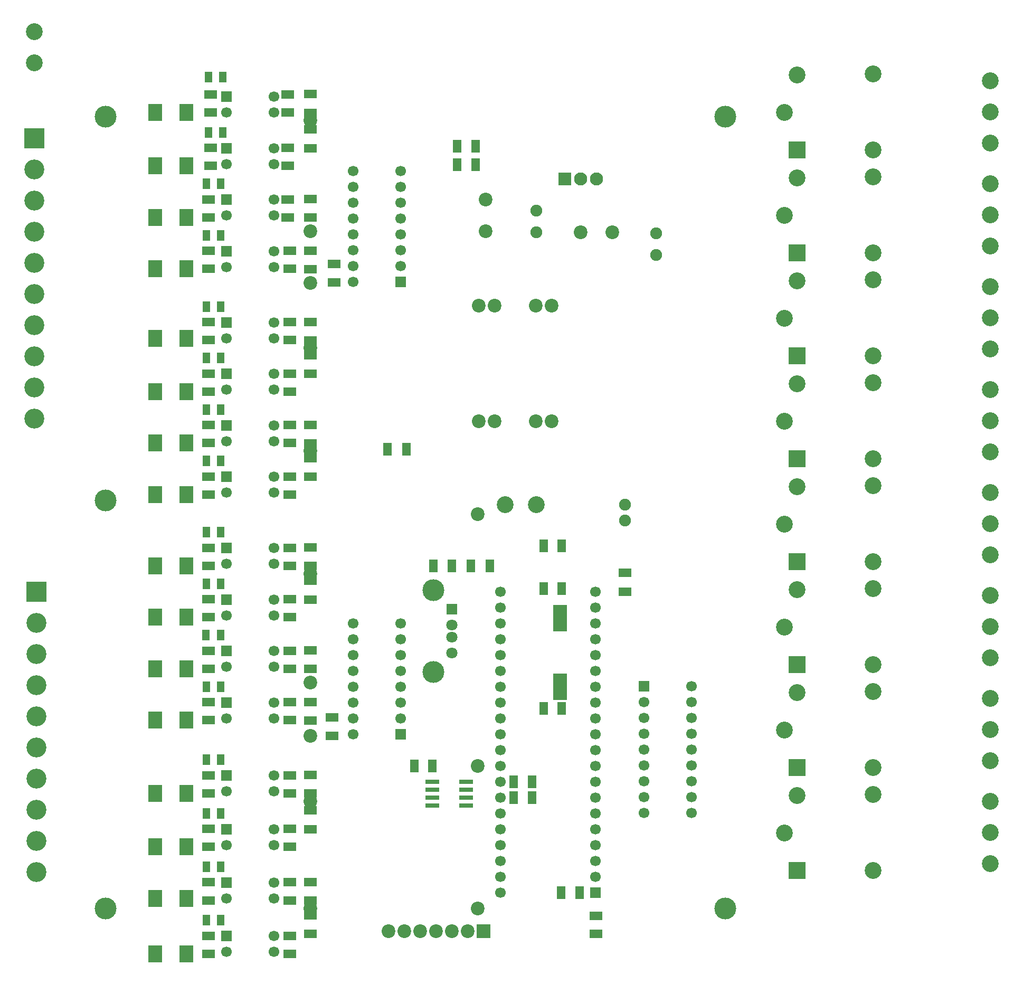
<source format=gbr>
G04 DipTrace 3.0.0.1*
G04 Íèæíÿÿìàñêà.gbr*
%MOIN*%
G04 #@! TF.FileFunction,Soldermask,Bot*
G04 #@! TF.Part,Single*
%ADD20C,0.066929*%
%ADD32C,0.074803*%
%ADD35C,0.066929*%
%ADD41C,0.137795*%
%ADD51R,0.086614X0.031496*%
%ADD53R,0.086614X0.086614*%
%ADD54R,0.070866X0.070866*%
%ADD55C,0.125984*%
%ADD57R,0.125984X0.125984*%
%ADD59R,0.047244X0.066929*%
%ADD61R,0.086614X0.106299*%
%ADD63C,0.082677*%
%ADD64R,0.082677X0.082677*%
%ADD65R,0.066929X0.066929*%
%ADD66R,0.086614X0.165354*%
%ADD70C,0.086614*%
%ADD71C,0.070866*%
%ADD72R,0.106299X0.106299*%
%ADD74C,0.106299*%
%ADD76C,0.137795*%
%ADD80C,0.106299*%
%ADD81C,0.086614*%
%ADD83C,0.074803*%
%ADD84R,0.055118X0.07874*%
%ADD86R,0.07874X0.055118*%
%FSLAX26Y26*%
G04*
G70*
G90*
G75*
G01*
G04 BotMask*
%LPD*%
G36*
X1744409Y5815551D2*
X1742444D1*
D1*
X1744409D1*
G37*
G36*
X1701096Y5843119D2*
X1626299D1*
Y5894300D1*
X1701096D1*
Y5843119D1*
G37*
G36*
Y5957287D2*
X1626299D1*
Y6008468D1*
X1701096D1*
Y5957287D1*
G37*
D86*
X1663701Y5868701D3*
Y5982874D3*
G36*
X1744409Y5478031D2*
X1742444D1*
D1*
X1744409D1*
G37*
G36*
X1701096Y5505600D2*
X1626299D1*
Y5556780D1*
X1701096D1*
Y5505600D1*
G37*
G36*
Y5619767D2*
X1626299D1*
Y5670948D1*
X1701096D1*
Y5619767D1*
G37*
D86*
X1663701Y5531181D3*
Y5645354D3*
G36*
X1731909Y5153031D2*
X1729944D1*
D1*
X1731909D1*
G37*
G36*
X1688596Y5180600D2*
X1613799D1*
Y5231780D1*
X1688596D1*
Y5180600D1*
G37*
G36*
Y5294767D2*
X1613799D1*
Y5345948D1*
X1688596D1*
Y5294767D1*
G37*
D86*
X1651201Y5206181D3*
Y5320354D3*
G36*
X1731909Y4828031D2*
X1729944D1*
D1*
X1731909D1*
G37*
G36*
X1688596Y4855600D2*
X1613799D1*
Y4906780D1*
X1688596D1*
Y4855600D1*
G37*
G36*
Y4969767D2*
X1613799D1*
Y5020948D1*
X1688596D1*
Y4969767D1*
G37*
D86*
X1651201Y4881181D3*
Y4995354D3*
G36*
X1731909Y4378071D2*
X1729944D1*
D1*
X1731909D1*
G37*
G36*
X1688596Y4405639D2*
X1613799D1*
Y4456820D1*
X1688596D1*
Y4405639D1*
G37*
G36*
Y4519807D2*
X1613799D1*
Y4570987D1*
X1688596D1*
Y4519807D1*
G37*
D86*
X1651201Y4431220D3*
Y4545394D3*
G36*
X1731909Y4053071D2*
X1729944D1*
D1*
X1731909D1*
G37*
G36*
X1688596Y4080639D2*
X1613799D1*
Y4131820D1*
X1688596D1*
Y4080639D1*
G37*
G36*
Y4194807D2*
X1613799D1*
Y4245987D1*
X1688596D1*
Y4194807D1*
G37*
D86*
X1651201Y4106220D3*
Y4220394D3*
G36*
X1731909Y3728051D2*
X1729944D1*
D1*
X1731909D1*
G37*
G36*
X1688596Y3755619D2*
X1613799D1*
Y3806800D1*
X1688596D1*
Y3755619D1*
G37*
G36*
Y3869787D2*
X1613799D1*
Y3920968D1*
X1688596D1*
Y3869787D1*
G37*
D86*
X1651201Y3781201D3*
Y3895374D3*
G36*
X1731909Y3403071D2*
X1729944D1*
D1*
X1731909D1*
G37*
G36*
X1688596Y3430639D2*
X1613799D1*
Y3481820D1*
X1688596D1*
Y3430639D1*
G37*
G36*
Y3544807D2*
X1613799D1*
Y3595987D1*
X1688596D1*
Y3544807D1*
G37*
D86*
X1651201Y3456220D3*
Y3570394D3*
G36*
X1731890Y2953031D2*
X1729924D1*
D1*
X1731890D1*
G37*
G36*
X1688576Y2980600D2*
X1613780D1*
Y3031780D1*
X1688576D1*
Y2980600D1*
G37*
G36*
Y3094767D2*
X1613780D1*
Y3145948D1*
X1688576D1*
Y3094767D1*
G37*
D86*
X1651181Y3006181D3*
Y3120354D3*
G36*
X1731909Y2628031D2*
X1729944D1*
D1*
X1731909D1*
G37*
G36*
X1688596Y2655600D2*
X1613799D1*
Y2706780D1*
X1688596D1*
Y2655600D1*
G37*
G36*
Y2769767D2*
X1613799D1*
Y2820948D1*
X1688596D1*
Y2769767D1*
G37*
D86*
X1651201Y2681181D3*
Y2795354D3*
G36*
X1731909Y2303031D2*
X1729944D1*
D1*
X1731909D1*
G37*
G36*
X1688596Y2330600D2*
X1613799D1*
Y2381780D1*
X1688596D1*
Y2330600D1*
G37*
G36*
Y2444767D2*
X1613799D1*
Y2495948D1*
X1688596D1*
Y2444767D1*
G37*
D86*
X1651201Y2356181D3*
Y2470354D3*
G36*
X1731909Y1978031D2*
X1729944D1*
D1*
X1731909D1*
G37*
G36*
X1688596Y2005600D2*
X1613799D1*
Y2056780D1*
X1688596D1*
Y2005600D1*
G37*
G36*
Y2119767D2*
X1613799D1*
Y2170948D1*
X1688596D1*
Y2119767D1*
G37*
D86*
X1651201Y2031181D3*
Y2145354D3*
G36*
X1731909Y1515551D2*
X1729944D1*
D1*
X1731909D1*
G37*
G36*
X1688596Y1543119D2*
X1613799D1*
Y1594300D1*
X1688596D1*
Y1543119D1*
G37*
G36*
Y1657287D2*
X1613799D1*
Y1708468D1*
X1688596D1*
Y1657287D1*
G37*
D86*
X1651201Y1568701D3*
Y1682874D3*
G36*
X1731909Y1178071D2*
X1729944D1*
D1*
X1731909D1*
G37*
G36*
X1688596Y1205639D2*
X1613799D1*
Y1256820D1*
X1688596D1*
Y1205639D1*
G37*
G36*
Y1319807D2*
X1613799D1*
Y1370987D1*
X1688596D1*
Y1319807D1*
G37*
D86*
X1651201Y1231220D3*
Y1345394D3*
G36*
X1731909Y840551D2*
X1729944D1*
D1*
X1731909D1*
G37*
G36*
X1688596Y868119D2*
X1613799D1*
Y919300D1*
X1688596D1*
Y868119D1*
G37*
G36*
Y982287D2*
X1613799D1*
Y1033468D1*
X1688596D1*
Y982287D1*
G37*
D86*
X1651201Y893701D3*
Y1007874D3*
G36*
X1731909Y503031D2*
X1729944D1*
D1*
X1731909D1*
G37*
G36*
X1688596Y530600D2*
X1613799D1*
Y581780D1*
X1688596D1*
Y530600D1*
G37*
G36*
Y644767D2*
X1613799D1*
Y695948D1*
X1688596D1*
Y644767D1*
G37*
D86*
X1651201Y556181D3*
Y670354D3*
G36*
X2070472Y6036024D2*
X2072438D1*
D1*
X2070472D1*
G37*
G36*
X2113786Y6008456D2*
X2188583D1*
Y5957275D1*
X2113786D1*
Y6008456D1*
G37*
G36*
Y5894288D2*
X2188583D1*
Y5843107D1*
X2113786D1*
Y5894288D1*
G37*
D86*
X2151181Y5982874D3*
Y5868701D3*
G36*
X2070472Y5698504D2*
X2072438D1*
D1*
X2070472D1*
G37*
G36*
X2113786Y5670936D2*
X2188583D1*
Y5619755D1*
X2113786D1*
Y5670936D1*
G37*
G36*
Y5556768D2*
X2188583D1*
Y5505587D1*
X2113786D1*
Y5556768D1*
G37*
D86*
X2151181Y5645354D3*
Y5531181D3*
G36*
X2070492Y5373504D2*
X2072457D1*
D1*
X2070492D1*
G37*
G36*
X2113806Y5345936D2*
X2188602D1*
Y5294755D1*
X2113806D1*
Y5345936D1*
G37*
G36*
Y5231768D2*
X2188602D1*
Y5180587D1*
X2113806D1*
Y5231768D1*
G37*
D86*
X2151201Y5320354D3*
Y5206181D3*
G36*
X2082992Y5048504D2*
X2084957D1*
D1*
X2082992D1*
G37*
G36*
X2126306Y5020936D2*
X2201102D1*
Y4969755D1*
X2126306D1*
Y5020936D1*
G37*
G36*
Y4906768D2*
X2201102D1*
Y4855587D1*
X2126306D1*
Y4906768D1*
G37*
D86*
X2163701Y4995354D3*
Y4881181D3*
G36*
X2082992Y4598543D2*
X2084957D1*
D1*
X2082992D1*
G37*
G36*
X2126306Y4570975D2*
X2201102D1*
Y4519794D1*
X2126306D1*
Y4570975D1*
G37*
G36*
Y4456807D2*
X2201102D1*
Y4405627D1*
X2126306D1*
Y4456807D1*
G37*
D86*
X2163701Y4545394D3*
Y4431220D3*
G36*
X2082992Y4273543D2*
X2084957D1*
D1*
X2082992D1*
G37*
G36*
X2126306Y4245975D2*
X2201102D1*
Y4194794D1*
X2126306D1*
Y4245975D1*
G37*
G36*
Y4131807D2*
X2201102D1*
Y4080627D1*
X2126306D1*
Y4131807D1*
G37*
D86*
X2163701Y4220394D3*
Y4106220D3*
G36*
X2082992Y3948543D2*
X2084957D1*
D1*
X2082992D1*
G37*
G36*
X2126306Y3920975D2*
X2201102D1*
Y3869794D1*
X2126306D1*
Y3920975D1*
G37*
G36*
Y3806807D2*
X2201102D1*
Y3755627D1*
X2126306D1*
Y3806807D1*
G37*
D86*
X2163701Y3895394D3*
Y3781220D3*
G36*
X2082992Y3623543D2*
X2084957D1*
D1*
X2082992D1*
G37*
G36*
X2126306Y3595975D2*
X2201102D1*
Y3544794D1*
X2126306D1*
Y3595975D1*
G37*
G36*
Y3481807D2*
X2201102D1*
Y3430627D1*
X2126306D1*
Y3481807D1*
G37*
D86*
X2163701Y3570394D3*
Y3456220D3*
G36*
X2082992Y3173504D2*
X2084957D1*
D1*
X2082992D1*
G37*
G36*
X2126306Y3145936D2*
X2201102D1*
Y3094755D1*
X2126306D1*
Y3145936D1*
G37*
G36*
Y3031768D2*
X2201102D1*
Y2980587D1*
X2126306D1*
Y3031768D1*
G37*
D86*
X2163701Y3120354D3*
Y3006181D3*
G36*
X2082992Y2848504D2*
X2084957D1*
D1*
X2082992D1*
G37*
G36*
X2126306Y2820936D2*
X2201102D1*
Y2769755D1*
X2126306D1*
Y2820936D1*
G37*
G36*
Y2706768D2*
X2201102D1*
Y2655587D1*
X2126306D1*
Y2706768D1*
G37*
D86*
X2163701Y2795354D3*
Y2681181D3*
G36*
X2082992Y2523504D2*
X2084957D1*
D1*
X2082992D1*
G37*
G36*
X2126306Y2495936D2*
X2201102D1*
Y2444755D1*
X2126306D1*
Y2495936D1*
G37*
G36*
Y2381768D2*
X2201102D1*
Y2330587D1*
X2126306D1*
Y2381768D1*
G37*
D86*
X2163701Y2470354D3*
Y2356181D3*
G36*
X2082992Y2198504D2*
X2084957D1*
D1*
X2082992D1*
G37*
G36*
X2126306Y2170936D2*
X2201102D1*
Y2119755D1*
X2126306D1*
Y2170936D1*
G37*
G36*
Y2056768D2*
X2201102D1*
Y2005587D1*
X2126306D1*
Y2056768D1*
G37*
D86*
X2163701Y2145354D3*
Y2031181D3*
G36*
X2082992Y1736024D2*
X2084957D1*
D1*
X2082992D1*
G37*
G36*
X2126306Y1708456D2*
X2201102D1*
Y1657275D1*
X2126306D1*
Y1708456D1*
G37*
G36*
Y1594288D2*
X2201102D1*
Y1543107D1*
X2126306D1*
Y1594288D1*
G37*
D86*
X2163701Y1682874D3*
Y1568701D3*
G36*
X2082992Y1398543D2*
X2084957D1*
D1*
X2082992D1*
G37*
G36*
X2126306Y1370975D2*
X2201102D1*
Y1319794D1*
X2126306D1*
Y1370975D1*
G37*
G36*
Y1256807D2*
X2201102D1*
Y1205627D1*
X2126306D1*
Y1256807D1*
G37*
D86*
X2163701Y1345394D3*
Y1231220D3*
G36*
X2082992Y1061024D2*
X2084957D1*
D1*
X2082992D1*
G37*
G36*
X2126306Y1033456D2*
X2201102D1*
Y982275D1*
X2126306D1*
Y1033456D1*
G37*
G36*
Y919288D2*
X2201102D1*
Y868107D1*
X2126306D1*
Y919288D1*
G37*
D86*
X2163701Y1007874D3*
Y893701D3*
G36*
X2082992Y723504D2*
X2084957D1*
D1*
X2082992D1*
G37*
G36*
X2126306Y695936D2*
X2201102D1*
Y644755D1*
X2126306D1*
Y695936D1*
G37*
G36*
Y581768D2*
X2201102D1*
Y530587D1*
X2126306D1*
Y581768D1*
G37*
D86*
X2163701Y670354D3*
Y556181D3*
G36*
X2482349Y4768759D2*
X2407554D1*
Y4819923D1*
X2482349D1*
Y4768759D1*
G37*
G36*
Y4886870D2*
X2407554D1*
Y4938033D1*
X2482349D1*
Y4886870D1*
G37*
D86*
X2444951Y4794341D3*
Y4912451D3*
G36*
X2469849Y1905619D2*
X2395054D1*
Y1956782D1*
X2469849D1*
Y1905619D1*
G37*
G36*
Y2023730D2*
X2395054D1*
Y2074893D1*
X2469849D1*
Y2023730D1*
G37*
D86*
X2432451Y1931201D3*
Y2049311D3*
G36*
X3715118Y2781741D2*
D1*
Y2783707D1*
D1*
Y2781741D1*
G37*
G36*
X3742686Y2825055D2*
X3793867D1*
Y2899852D1*
X3742686D1*
Y2825055D1*
G37*
G36*
X3856854D2*
X3908035D1*
Y2899852D1*
X3856854D1*
Y2825055D1*
G37*
D84*
X3768268Y2862450D3*
X3882441D3*
G36*
X3715118Y2026018D2*
D1*
Y2027984D1*
D1*
Y2026018D1*
G37*
G36*
X3742686Y2069332D2*
X3793867D1*
Y2144129D1*
X3742686D1*
Y2069332D1*
G37*
G36*
X3856854D2*
X3908035D1*
Y2144129D1*
X3856854D1*
Y2069332D1*
G37*
D84*
X3768268Y2106727D3*
X3882441D3*
G36*
X4178661Y628937D2*
X4176696D1*
D1*
X4178661D1*
G37*
G36*
X4135348Y656505D2*
X4060551D1*
Y707686D1*
X4135348D1*
Y656505D1*
G37*
G36*
Y770673D2*
X4060551D1*
Y821854D1*
X4135348D1*
Y770673D1*
G37*
D86*
X4097953Y682087D3*
Y796260D3*
G36*
X3935591Y3211909D2*
D1*
Y3209944D1*
D1*
Y3211909D1*
G37*
G36*
X3908022Y3168596D2*
X3856842D1*
Y3093799D1*
X3908022D1*
Y3168596D1*
G37*
G36*
X3793855D2*
X3742674D1*
Y3093799D1*
X3793855D1*
Y3168596D1*
G37*
D84*
X3882441Y3131201D3*
X3768268D3*
D83*
X3719951Y5112451D3*
X3720345Y5250148D3*
D81*
X3401201Y5118693D3*
Y5318693D3*
X4001193Y5112450D3*
X4201193D3*
D83*
X4476201Y4968701D3*
X4476594Y5106398D3*
D80*
X3719951Y3393701D3*
X3523101D3*
D54*
X3188701Y2731201D3*
D71*
Y2632776D3*
Y2554035D3*
Y2455610D3*
D76*
X3070591Y2852067D3*
Y2334744D3*
D74*
X5288701Y5868701D3*
D72*
X5367441Y5632480D3*
D74*
Y6104921D3*
X5847756Y6112795D3*
Y5632480D3*
X5288701Y5218701D3*
D72*
X5367441Y4982480D3*
D74*
Y5454921D3*
X5847756Y5462795D3*
Y4982480D3*
X5288701Y4568701D3*
D72*
X5367441Y4332480D3*
D74*
Y4804921D3*
X5847756Y4812795D3*
Y4332480D3*
X5288701Y3918701D3*
D72*
X5367441Y3682480D3*
D74*
Y4154921D3*
X5847756Y4162795D3*
Y3682480D3*
X5288701Y3268701D3*
D72*
X5367441Y3032480D3*
D74*
Y3504921D3*
X5847756Y3512795D3*
Y3032480D3*
X5288701Y2618701D3*
D72*
X5367441Y2382480D3*
D74*
Y2854921D3*
X5847756Y2862795D3*
Y2382480D3*
X5288701Y1968701D3*
D72*
X5367441Y1732480D3*
D74*
Y2204921D3*
X5847756Y2212795D3*
Y1732480D3*
X5288701Y1318701D3*
D72*
X5367441Y1082480D3*
D74*
Y1554921D3*
X5847756Y1562795D3*
Y1082480D3*
D70*
X3357451Y4649951D3*
X3457451D3*
X3717451D3*
X3817451D3*
Y3919951D3*
X3717451D3*
X3357451D3*
X3457451D3*
D65*
X4400777Y2244213D3*
D35*
Y2144213D3*
Y2044213D3*
Y1944213D3*
Y1844213D3*
Y1744213D3*
Y1644213D3*
Y1544213D3*
Y1444213D3*
X4700777D3*
Y1544213D3*
Y1644213D3*
Y1744213D3*
Y1844213D3*
Y1944213D3*
Y2044213D3*
Y2144213D3*
Y2244213D3*
D66*
X3869583Y2675417D3*
Y2242346D3*
G36*
X2257563Y6010424D2*
X2332358D1*
Y5959261D1*
X2257563D1*
Y6010424D1*
G37*
G36*
Y5892314D2*
X2332358D1*
Y5841150D1*
X2257563D1*
Y5892314D1*
G37*
D86*
X2294961Y5984843D3*
Y5866732D3*
G36*
X2257563Y3147905D2*
X2332358D1*
Y3096741D1*
X2257563D1*
Y3147905D1*
G37*
G36*
Y3029794D2*
X2332358D1*
Y2978631D1*
X2257563D1*
Y3029794D1*
G37*
D86*
X2294961Y3122323D3*
Y3004213D3*
G36*
X2332358Y5618119D2*
X2257563D1*
Y5669282D1*
X2332358D1*
Y5618119D1*
G37*
G36*
Y5736230D2*
X2257563D1*
Y5787393D1*
X2332358D1*
Y5736230D1*
G37*
D86*
X2294961Y5643701D3*
Y5761811D3*
G36*
X2332358Y2768119D2*
X2257563D1*
Y2819282D1*
X2332358D1*
Y2768119D1*
G37*
G36*
Y2886230D2*
X2257563D1*
Y2937393D1*
X2332358D1*
Y2886230D1*
G37*
D86*
X2294961Y2793701D3*
Y2911811D3*
G36*
X2257563Y5347905D2*
X2332358D1*
Y5296741D1*
X2257563D1*
Y5347905D1*
G37*
G36*
Y5229794D2*
X2332358D1*
Y5178631D1*
X2257563D1*
Y5229794D1*
G37*
D86*
X2294961Y5322323D3*
Y5204213D3*
G36*
X2257563Y2497905D2*
X2332358D1*
Y2446741D1*
X2257563D1*
Y2497905D1*
G37*
G36*
Y2379794D2*
X2332358D1*
Y2328631D1*
X2257563D1*
Y2379794D1*
G37*
D86*
X2294961Y2472323D3*
Y2354213D3*
G36*
X2257563Y5022905D2*
X2332358D1*
Y4971741D1*
X2257563D1*
Y5022905D1*
G37*
G36*
Y4904794D2*
X2332358D1*
Y4853631D1*
X2257563D1*
Y4904794D1*
G37*
D86*
X2294961Y4997323D3*
Y4879213D3*
G36*
X2257563Y2172905D2*
X2332358D1*
Y2121741D1*
X2257563D1*
Y2172905D1*
G37*
G36*
Y2054794D2*
X2332358D1*
Y2003631D1*
X2257563D1*
Y2054794D1*
G37*
D86*
X2294961Y2147323D3*
Y2029213D3*
G36*
X2332358Y4403670D2*
X2257563D1*
Y4454833D1*
X2332358D1*
Y4403670D1*
G37*
G36*
Y4521781D2*
X2257563D1*
Y4572944D1*
X2332358D1*
Y4521781D1*
G37*
D86*
X2294961Y4429252D3*
Y4547362D3*
G36*
X2332349Y1543119D2*
X2257554D1*
Y1594282D1*
X2332349D1*
Y1543119D1*
G37*
G36*
Y1661230D2*
X2257554D1*
Y1712393D1*
X2332349D1*
Y1661230D1*
G37*
D86*
X2294951Y1568701D3*
Y1686811D3*
G36*
X2332358Y4193119D2*
X2257563D1*
Y4244282D1*
X2332358D1*
Y4193119D1*
G37*
G36*
Y4311230D2*
X2257563D1*
Y4362393D1*
X2332358D1*
Y4311230D1*
G37*
D86*
X2294961Y4218701D3*
Y4336811D3*
G36*
X2332358Y1318119D2*
X2257563D1*
Y1369282D1*
X2332358D1*
Y1318119D1*
G37*
G36*
Y1436230D2*
X2257563D1*
Y1487393D1*
X2332358D1*
Y1436230D1*
G37*
D86*
X2294961Y1343701D3*
Y1461811D3*
G36*
X2257563Y3922944D2*
X2332358D1*
Y3871781D1*
X2257563D1*
Y3922944D1*
G37*
G36*
Y3804833D2*
X2332358D1*
Y3753670D1*
X2257563D1*
Y3804833D1*
G37*
D86*
X2294961Y3897362D3*
Y3779252D3*
G36*
X2257563Y1035424D2*
X2332358D1*
Y984261D1*
X2257563D1*
Y1035424D1*
G37*
G36*
Y917314D2*
X2332358D1*
Y866150D1*
X2257563D1*
Y917314D1*
G37*
D86*
X2294961Y1009843D3*
Y891732D3*
G36*
X2332358Y3543119D2*
X2257563D1*
Y3594282D1*
X2332358D1*
Y3543119D1*
G37*
G36*
Y3661230D2*
X2257563D1*
Y3712393D1*
X2332358D1*
Y3661230D1*
G37*
D86*
X2294961Y3568701D3*
Y3686811D3*
G36*
X2332358Y655619D2*
X2257563D1*
Y706782D1*
X2332358D1*
Y655619D1*
G37*
G36*
Y773730D2*
X2257563D1*
Y824893D1*
X2332358D1*
Y773730D1*
G37*
D86*
X2294961Y681201D3*
Y799311D3*
G36*
X2756870Y3706303D2*
X2808033D1*
Y3781098D1*
X2756870D1*
Y3706303D1*
G37*
G36*
X2874980D2*
X2926144D1*
Y3781098D1*
X2874980D1*
Y3706303D1*
G37*
D84*
X2782451Y3743701D3*
X2900562D3*
G36*
X4020533Y981098D2*
X3969370D1*
Y906303D1*
X4020533D1*
Y981098D1*
G37*
G36*
X3902423D2*
X3851259D1*
Y906303D1*
X3902423D1*
Y981098D1*
G37*
D84*
X3994951Y943701D3*
X3876841D3*
G36*
X3451783Y3043598D2*
X3400619D1*
Y2968803D1*
X3451783D1*
Y3043598D1*
G37*
G36*
X3333672D2*
X3282509D1*
Y2968803D1*
X3333672D1*
Y3043598D1*
G37*
D84*
X3426201Y3006201D3*
X3308091D3*
G36*
X4319849Y2818119D2*
X4245054D1*
Y2869282D1*
X4319849D1*
Y2818119D1*
G37*
G36*
Y2936230D2*
X4245054D1*
Y2987393D1*
X4319849D1*
Y2936230D1*
G37*
D86*
X4282451Y2843701D3*
Y2961811D3*
G36*
X3214283Y3043598D2*
X3163119D1*
Y2968803D1*
X3214283D1*
Y3043598D1*
G37*
G36*
X3096172D2*
X3045009D1*
Y2968803D1*
X3096172D1*
Y3043598D1*
G37*
D84*
X3188701Y3006201D3*
X3070591D3*
D65*
X2863701Y4799951D3*
D35*
Y4899951D3*
Y4999951D3*
Y5099951D3*
Y5199951D3*
Y5299951D3*
Y5399951D3*
Y5499951D3*
X2563701D3*
Y5399951D3*
Y5299951D3*
Y5199951D3*
Y5099951D3*
Y4999951D3*
Y4899951D3*
Y4799951D3*
D65*
X2863701Y1943701D3*
D35*
Y2043701D3*
Y2143701D3*
Y2243701D3*
Y2343701D3*
Y2443701D3*
Y2543701D3*
Y2643701D3*
X2563701D3*
Y2543701D3*
Y2443701D3*
Y2343701D3*
Y2243701D3*
Y2143701D3*
Y2043701D3*
Y1943701D3*
D65*
X4094951Y943701D3*
D35*
Y1043701D3*
Y1143701D3*
Y1243701D3*
Y1343701D3*
Y1443701D3*
Y1543701D3*
Y1643701D3*
Y1743701D3*
Y1843701D3*
Y1943701D3*
Y2043701D3*
Y2143701D3*
Y2243701D3*
Y2343701D3*
Y2443701D3*
Y2543701D3*
Y2643701D3*
Y2743701D3*
Y2843701D3*
X3494951D3*
Y2743701D3*
Y2643701D3*
Y2543701D3*
Y2443701D3*
Y2343701D3*
Y2243701D3*
Y2143701D3*
Y2043701D3*
Y1943701D3*
Y1843701D3*
Y1743701D3*
Y1643701D3*
Y1543701D3*
Y1443701D3*
Y1343701D3*
Y1243701D3*
Y1143701D3*
Y1043701D3*
Y943701D3*
D64*
X3901201Y5449951D3*
D63*
X4001201D3*
X4101201D3*
G36*
X1272346Y5817520D2*
X1355024D1*
Y5919882D1*
X1272346D1*
Y5817520D1*
G37*
G36*
X1469197D2*
X1551906D1*
Y5919882D1*
X1469197D1*
Y5817520D1*
G37*
D61*
X1313701Y5868701D3*
X1510551D3*
G36*
X1272346Y5480020D2*
X1355024D1*
Y5582382D1*
X1272346D1*
Y5480020D1*
G37*
G36*
X1469197D2*
X1551906D1*
Y5582382D1*
X1469197D1*
Y5480020D1*
G37*
D61*
X1313701Y5531201D3*
X1510551D3*
G36*
X1272346Y5155020D2*
X1355024D1*
Y5257382D1*
X1272346D1*
Y5155020D1*
G37*
G36*
X1469197D2*
X1551906D1*
Y5257382D1*
X1469197D1*
Y5155020D1*
G37*
D61*
X1313701Y5206201D3*
X1510551D3*
G36*
X1272346Y4830020D2*
X1355024D1*
Y4932382D1*
X1272346D1*
Y4830020D1*
G37*
G36*
X1469197D2*
X1551906D1*
Y4932382D1*
X1469197D1*
Y4830020D1*
G37*
D61*
X1313701Y4881201D3*
X1510551D3*
G36*
X1272346Y4392520D2*
X1355024D1*
Y4494882D1*
X1272346D1*
Y4392520D1*
G37*
G36*
X1469197D2*
X1551906D1*
Y4494882D1*
X1469197D1*
Y4392520D1*
G37*
D61*
X1313701Y4443701D3*
X1510551D3*
G36*
X1272346Y4055020D2*
X1355024D1*
Y4157382D1*
X1272346D1*
Y4055020D1*
G37*
G36*
X1469197D2*
X1551906D1*
Y4157382D1*
X1469197D1*
Y4055020D1*
G37*
D61*
X1313701Y4106201D3*
X1510551D3*
G36*
X1272346Y3730020D2*
X1355024D1*
Y3832382D1*
X1272346D1*
Y3730020D1*
G37*
G36*
X1469197D2*
X1551906D1*
Y3832382D1*
X1469197D1*
Y3730020D1*
G37*
D61*
X1313701Y3781201D3*
X1510551D3*
G36*
X1272346Y3405020D2*
X1355024D1*
Y3507382D1*
X1272346D1*
Y3405020D1*
G37*
G36*
X1469197D2*
X1551906D1*
Y3507382D1*
X1469197D1*
Y3405020D1*
G37*
D61*
X1313701Y3456201D3*
X1510551D3*
G36*
X1272346Y2955020D2*
X1355024D1*
Y3057382D1*
X1272346D1*
Y2955020D1*
G37*
G36*
X1469197D2*
X1551906D1*
Y3057382D1*
X1469197D1*
Y2955020D1*
G37*
D61*
X1313701Y3006201D3*
X1510551D3*
G36*
X1272346Y2630020D2*
X1355024D1*
Y2732382D1*
X1272346D1*
Y2630020D1*
G37*
G36*
X1469197D2*
X1551906D1*
Y2732382D1*
X1469197D1*
Y2630020D1*
G37*
D61*
X1313701Y2681201D3*
X1510551D3*
G36*
X1272346Y2305020D2*
X1355024D1*
Y2407382D1*
X1272346D1*
Y2305020D1*
G37*
G36*
X1469197D2*
X1551906D1*
Y2407382D1*
X1469197D1*
Y2305020D1*
G37*
D61*
X1313701Y2356201D3*
X1510551D3*
G36*
X1272346Y1980020D2*
X1355024D1*
Y2082382D1*
X1272346D1*
Y1980020D1*
G37*
G36*
X1469197D2*
X1551906D1*
Y2082382D1*
X1469197D1*
Y1980020D1*
G37*
D61*
X1313701Y2031201D3*
X1510551D3*
G36*
X1272346Y1517520D2*
X1355024D1*
Y1619882D1*
X1272346D1*
Y1517520D1*
G37*
G36*
X1469197D2*
X1551906D1*
Y1619882D1*
X1469197D1*
Y1517520D1*
G37*
D61*
X1313701Y1568701D3*
X1510551D3*
G36*
X1272346Y1180020D2*
X1355024D1*
Y1282382D1*
X1272346D1*
Y1180020D1*
G37*
G36*
X1469197D2*
X1551906D1*
Y1282382D1*
X1469197D1*
Y1180020D1*
G37*
D61*
X1313701Y1231201D3*
X1510551D3*
G36*
X1272346Y855020D2*
X1355024D1*
Y957382D1*
X1272346D1*
Y855020D1*
G37*
G36*
X1469197D2*
X1551906D1*
Y957382D1*
X1469197D1*
Y855020D1*
G37*
D61*
X1313701Y906201D3*
X1510551D3*
G36*
X1272346Y505020D2*
X1355024D1*
Y607382D1*
X1272346D1*
Y505020D1*
G37*
G36*
X1469197D2*
X1551906D1*
Y607382D1*
X1469197D1*
Y505020D1*
G37*
D61*
X1313701Y556201D3*
X1510551D3*
G36*
X1629547Y6062205D2*
X1672854D1*
Y6125197D1*
X1629547D1*
Y6062205D1*
G37*
G36*
X1720098D2*
X1763406D1*
Y6125197D1*
X1720098D1*
Y6062205D1*
G37*
D59*
X1651201Y6093701D3*
X1741752D3*
G36*
X1629547Y5712205D2*
X1672854D1*
Y5775197D1*
X1629547D1*
Y5712205D1*
G37*
G36*
X1720098D2*
X1763406D1*
Y5775197D1*
X1720098D1*
Y5712205D1*
G37*
D59*
X1651201Y5743701D3*
X1741752D3*
G36*
X1617047Y5387205D2*
X1660354D1*
Y5450197D1*
X1617047D1*
Y5387205D1*
G37*
G36*
X1707598D2*
X1750906D1*
Y5450197D1*
X1707598D1*
Y5387205D1*
G37*
D59*
X1638701Y5418701D3*
X1729252D3*
G36*
X1617047Y5062205D2*
X1660354D1*
Y5125197D1*
X1617047D1*
Y5062205D1*
G37*
G36*
X1707598D2*
X1750906D1*
Y5125197D1*
X1707598D1*
Y5062205D1*
G37*
D59*
X1638701Y5093701D3*
X1729252D3*
G36*
X1617047Y4612205D2*
X1660354D1*
Y4675197D1*
X1617047D1*
Y4612205D1*
G37*
G36*
X1707598D2*
X1750906D1*
Y4675197D1*
X1707598D1*
Y4612205D1*
G37*
D59*
X1638701Y4643701D3*
X1729252D3*
G36*
X1617047Y4287205D2*
X1660354D1*
Y4350197D1*
X1617047D1*
Y4287205D1*
G37*
G36*
X1707598D2*
X1750906D1*
Y4350197D1*
X1707598D1*
Y4287205D1*
G37*
D59*
X1638701Y4318701D3*
X1729252D3*
G36*
X1617047Y3962205D2*
X1660354D1*
Y4025197D1*
X1617047D1*
Y3962205D1*
G37*
G36*
X1707598D2*
X1750906D1*
Y4025197D1*
X1707598D1*
Y3962205D1*
G37*
D59*
X1638701Y3993701D3*
X1729252D3*
G36*
X1617047Y3637205D2*
X1660354D1*
Y3700197D1*
X1617047D1*
Y3637205D1*
G37*
G36*
X1707598D2*
X1750906D1*
Y3700197D1*
X1707598D1*
Y3637205D1*
G37*
D59*
X1638701Y3668701D3*
X1729252D3*
G36*
X1617047Y3187205D2*
X1660354D1*
Y3250197D1*
X1617047D1*
Y3187205D1*
G37*
G36*
X1707598D2*
X1750906D1*
Y3250197D1*
X1707598D1*
Y3187205D1*
G37*
D59*
X1638701Y3218701D3*
X1729252D3*
G36*
X1617047Y2862205D2*
X1660354D1*
Y2925197D1*
X1617047D1*
Y2862205D1*
G37*
G36*
X1707598D2*
X1750906D1*
Y2925197D1*
X1707598D1*
Y2862205D1*
G37*
D59*
X1638701Y2893701D3*
X1729252D3*
G36*
X1613996Y2537205D2*
X1657303D1*
Y2600197D1*
X1613996D1*
Y2537205D1*
G37*
G36*
X1704547D2*
X1747854D1*
Y2600197D1*
X1704547D1*
Y2537205D1*
G37*
D59*
X1635650Y2568701D3*
X1726201D3*
G36*
X1617047Y2212205D2*
X1660354D1*
Y2275197D1*
X1617047D1*
Y2212205D1*
G37*
G36*
X1707598D2*
X1750906D1*
Y2275197D1*
X1707598D1*
Y2212205D1*
G37*
D59*
X1638701Y2243701D3*
X1729252D3*
G36*
X1617047Y1749705D2*
X1660354D1*
Y1812697D1*
X1617047D1*
Y1749705D1*
G37*
G36*
X1707598D2*
X1750906D1*
Y1812697D1*
X1707598D1*
Y1749705D1*
G37*
D59*
X1638701Y1781201D3*
X1729252D3*
G36*
X1617047Y1412205D2*
X1660354D1*
Y1475197D1*
X1617047D1*
Y1412205D1*
G37*
G36*
X1707598D2*
X1750906D1*
Y1475197D1*
X1707598D1*
Y1412205D1*
G37*
D59*
X1638701Y1443701D3*
X1729252D3*
G36*
X1617047Y1074705D2*
X1660354D1*
Y1137697D1*
X1617047D1*
Y1074705D1*
G37*
G36*
X1707598D2*
X1750906D1*
Y1137697D1*
X1707598D1*
Y1074705D1*
G37*
D59*
X1638701Y1106201D3*
X1729252D3*
G36*
X1617047Y737205D2*
X1660354D1*
Y800197D1*
X1617047D1*
Y737205D1*
G37*
G36*
X1707598D2*
X1750906D1*
Y800197D1*
X1707598D1*
Y737205D1*
G37*
D59*
X1638701Y768701D3*
X1729252D3*
D32*
X4282450Y3393690D3*
Y3293690D3*
D65*
X1763701Y5968701D3*
D20*
Y5868701D3*
X2063701D3*
Y5968701D3*
D65*
X1763701Y5643701D3*
D20*
Y5543701D3*
X2063701D3*
Y5643701D3*
D65*
X1763701Y5318701D3*
D20*
Y5218701D3*
X2063701D3*
Y5318701D3*
D65*
X1763701Y4993701D3*
D20*
Y4893701D3*
X2063701D3*
Y4993701D3*
D65*
X1763701Y4543701D3*
D20*
Y4443701D3*
X2063701D3*
Y4543701D3*
D65*
X1763701Y4218701D3*
D20*
Y4118701D3*
X2063701D3*
Y4218701D3*
D65*
X1763701Y3893701D3*
D20*
Y3793701D3*
X2063701D3*
Y3893701D3*
D65*
X1763701Y3568701D3*
D20*
Y3468701D3*
X2063701D3*
Y3568701D3*
D65*
X1763701Y3118701D3*
D20*
Y3018701D3*
X2063701D3*
Y3118701D3*
D65*
X1763701Y2793701D3*
D20*
Y2693701D3*
X2063701D3*
Y2793701D3*
D65*
X1763701Y2468701D3*
D20*
Y2368701D3*
X2063701D3*
Y2468701D3*
D65*
X1763701Y2143701D3*
D20*
Y2043701D3*
X2063701D3*
Y2143701D3*
D65*
X1763701Y1681201D3*
D20*
Y1581201D3*
X2063701D3*
Y1681201D3*
D65*
X1763701Y1343701D3*
D20*
Y1243701D3*
X2063701D3*
Y1343701D3*
D65*
X1763701Y1006201D3*
D20*
Y906201D3*
X2063701D3*
Y1006201D3*
D65*
X1763701Y668701D3*
D20*
Y568701D3*
X2063701D3*
Y668701D3*
D57*
X551181Y5706201D3*
D55*
Y5509350D3*
Y5312500D3*
Y5115650D3*
Y4918799D3*
Y4721949D3*
Y4525098D3*
Y4328248D3*
Y4131398D3*
Y3934547D3*
D57*
X563701Y2843701D3*
D55*
Y2646850D3*
Y2450000D3*
Y2253150D3*
Y2056299D3*
Y1859449D3*
Y1662598D3*
Y1465748D3*
Y1268898D3*
Y1072047D3*
D53*
X3388701Y699951D3*
D70*
X3288701D3*
X3188701D3*
X3088701D3*
X2988701D3*
X2888701D3*
X2788701D3*
D74*
X551181Y6181201D3*
Y6378051D3*
X6588701Y6068701D3*
X6588696Y5871865D3*
Y5675014D3*
X6588701Y5418701D3*
X6588696Y5221865D3*
Y5025014D3*
X6588701Y4768701D3*
X6588696Y4571865D3*
Y4375014D3*
X6588701Y4118701D3*
X6588696Y3921865D3*
Y3725014D3*
X6588701Y3468701D3*
X6588696Y3271865D3*
Y3075014D3*
X6588701Y2818701D3*
X6588696Y2621865D3*
Y2425014D3*
X6588701Y2168701D3*
X6588696Y1971865D3*
Y1775014D3*
X6588701Y1518701D3*
X6588696Y1321865D3*
Y1125014D3*
G36*
X3363644Y5574849D2*
X3312480D1*
Y5500054D1*
X3363644D1*
Y5574849D1*
G37*
G36*
X3245533D2*
X3194370D1*
Y5500054D1*
X3245533D1*
Y5574849D1*
G37*
D84*
X3338062Y5537451D3*
X3219951D3*
G36*
X3363644Y5693598D2*
X3312480D1*
Y5618803D1*
X3363644D1*
Y5693598D1*
G37*
G36*
X3245533D2*
X3194370D1*
Y5618803D1*
X3245533D1*
Y5693598D1*
G37*
D84*
X3338062Y5656201D3*
X3219951D3*
D51*
X3276299Y1643701D3*
Y1593701D3*
Y1543701D3*
Y1493701D3*
X3063701D3*
Y1543701D3*
Y1593701D3*
Y1643701D3*
G36*
X3550619Y1606303D2*
X3601782D1*
Y1681098D1*
X3550619D1*
Y1606303D1*
G37*
G36*
X3668730D2*
X3719893D1*
Y1681098D1*
X3668730D1*
Y1606303D1*
G37*
D84*
X3576201Y1643701D3*
X3694311D3*
G36*
X3550619Y1506303D2*
X3601782D1*
Y1581098D1*
X3550619D1*
Y1506303D1*
G37*
G36*
X3668730D2*
X3719893D1*
Y1581098D1*
X3668730D1*
Y1506303D1*
G37*
D84*
X3576201Y1543701D3*
X3694311D3*
G36*
X3116850Y1824409D2*
D1*
Y1822444D1*
D1*
Y1824409D1*
G37*
G36*
X3089282Y1781096D2*
X3038102D1*
Y1706299D1*
X3089282D1*
Y1781096D1*
G37*
G36*
X2975115D2*
X2923934D1*
Y1706299D1*
X2975115D1*
Y1781096D1*
G37*
D84*
X3063701Y1743701D3*
X2949528D3*
D81*
X2294961Y843701D3*
Y1518701D3*
Y1931201D3*
Y2268701D3*
Y2956201D3*
Y3731201D3*
Y4381201D3*
Y4793701D3*
Y5118701D3*
Y5818701D3*
X3351201Y3331201D3*
X3351181Y1743701D3*
Y843701D3*
D41*
X4913701Y5843701D3*
Y843701D3*
X1001220Y5843701D3*
Y3418701D3*
Y843701D3*
M02*

</source>
